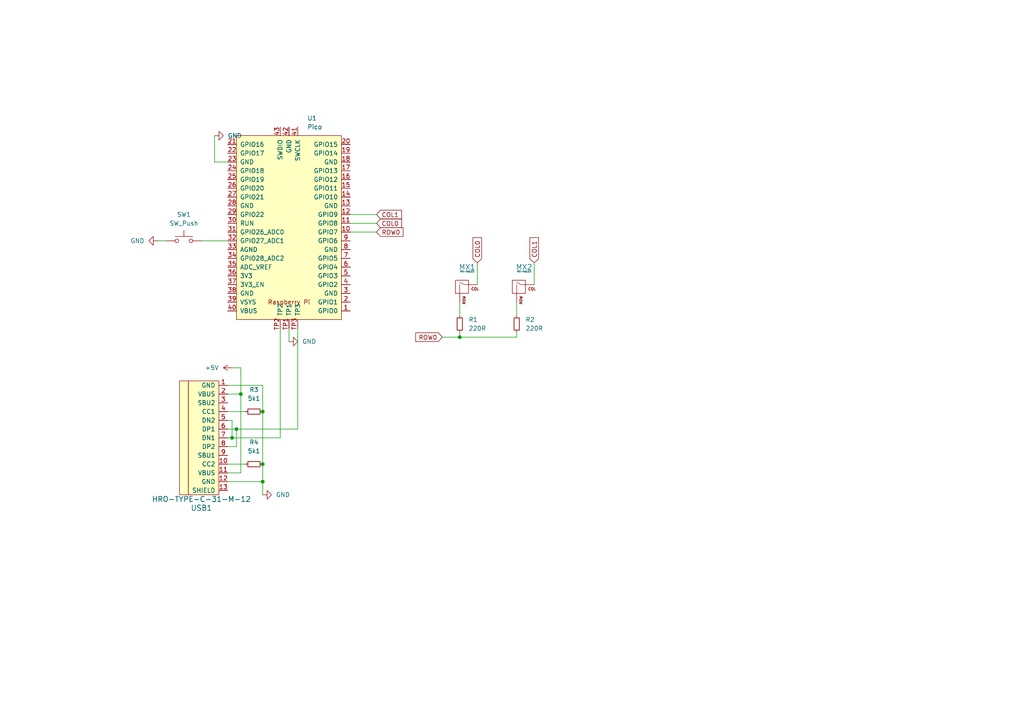
<source format=kicad_sch>
(kicad_sch (version 20211123) (generator eeschema)
  (paper "A4")
  (title_block (title "rp2040 keypad") (company "GroeneDino.nl"))
  (lib_symbols
    (symbol "Device:R_Small" (pin_numbers hide) (pin_names (offset 0.254) hide)
      (property "Reference" "R" (at 0.762 0.508 0))
      (property "Value" "R_Small" (at 0.762 -1.016 0))
      (symbol "R_Small_0_1"
        (rectangle (start -0.762 1.778) (end 0.762 -1.778) (stroke (width 0.2032)))
      )
      (symbol "R_Small_1_1"
        (pin passive line (at 0 2.54 270) (length 0.762) (name "~") (number "1"))
        (pin passive line (at 0 -2.54 90) (length 0.762) (name "~") (number "2"))
      )
    )
    (symbol "MCU_RaspberryPi_and_Boards:Pico" (pin_names (offset 1.016))
      (property "Reference" "U" (at -13.97 27.94 0))
      (property "Value" "Pico" (at 0 19.05 0))
      (symbol "Pico_0_0"
        (text "Raspberry Pi" (at 0 21.59 0) (effects (font (size 1.27 1.27))))
      )
      (symbol "Pico_0_1"
        (rectangle (start -15.24 26.67) (end 15.24 -26.67) (fill (type background)))
      )
      (symbol "Pico_1_1"
        (pin bidirectional line (at -17.78 24.13 0) (length 2.54) (name "GPIO0") (number "1"))
        (pin bidirectional line (at -17.78 1.27 0) (length 2.54) (name "GPIO7") (number "10"))
        (pin bidirectional line (at -17.78 -1.27 0) (length 2.54) (name "GPIO8") (number "11"))
        (pin bidirectional line (at -17.78 -3.81 0) (length 2.54) (name "GPIO9") (number "12"))
        (pin power_in line (at -17.78 -6.35 0) (length 2.54) (name "GND") (number "13"))
        (pin bidirectional line (at -17.78 -8.89 0) (length 2.54) (name "GPIO10") (number "14"))
        (pin bidirectional line (at -17.78 -11.43 0) (length 2.54) (name "GPIO11") (number "15"))
        (pin bidirectional line (at -17.78 -13.97 0) (length 2.54) (name "GPIO12") (number "16"))
        (pin bidirectional line (at -17.78 -16.51 0) (length 2.54) (name "GPIO13") (number "17"))
        (pin power_in line (at -17.78 -19.05 0) (length 2.54) (name "GND") (number "18"))
        (pin bidirectional line (at -17.78 -21.59 0) (length 2.54) (name "GPIO14") (number "19"))
        (pin bidirectional line (at -17.78 21.59 0) (length 2.54) (name "GPIO1") (number "2"))
        (pin bidirectional line (at -17.78 -24.13 0) (length 2.54) (name "GPIO15") (number "20"))
        (pin bidirectional line (at 17.78 -24.13 180) (length 2.54) (name "GPIO16") (number "21"))
        (pin bidirectional line (at 17.78 -21.59 180) (length 2.54) (name "GPIO17") (number "22"))
        (pin power_in line (at 17.78 -19.05 180) (length 2.54) (name "GND") (number "23"))
        (pin bidirectional line (at 17.78 -16.51 180) (length 2.54) (name "GPIO18") (number "24"))
        (pin bidirectional line (at 17.78 -13.97 180) (length 2.54) (name "GPIO19") (number "25"))
        (pin bidirectional line (at 17.78 -11.43 180) (length 2.54) (name "GPIO20") (number "26"))
        (pin bidirectional line (at 17.78 -8.89 180) (length 2.54) (name "GPIO21") (number "27"))
        (pin power_in line (at 17.78 -6.35 180) (length 2.54) (name "GND") (number "28"))
        (pin bidirectional line (at 17.78 -3.81 180) (length 2.54) (name "GPIO22") (number "29"))
        (pin power_in line (at -17.78 19.05 0) (length 2.54) (name "GND") (number "3"))
        (pin input line (at 17.78 -1.27 180) (length 2.54) (name "RUN") (number "30"))
        (pin bidirectional line (at 17.78 1.27 180) (length 2.54) (name "GPIO26_ADC0") (number "31"))
        (pin bidirectional line (at 17.78 3.81 180) (length 2.54) (name "GPIO27_ADC1") (number "32"))
        (pin power_in line (at 17.78 6.35 180) (length 2.54) (name "AGND") (number "33"))
        (pin bidirectional line (at 17.78 8.89 180) (length 2.54) (name "GPIO28_ADC2") (number "34"))
        (pin unspecified line (at 17.78 11.43 180) (length 2.54) (name "ADC_VREF") (number "35"))
        (pin unspecified line (at 17.78 13.97 180) (length 2.54) (name "3V3") (number "36"))
        (pin input line (at 17.78 16.51 180) (length 2.54) (name "3V3_EN") (number "37"))
        (pin bidirectional line (at 17.78 19.05 180) (length 2.54) (name "GND") (number "38"))
        (pin unspecified line (at 17.78 21.59 180) (length 2.54) (name "VSYS") (number "39"))
        (pin bidirectional line (at -17.78 16.51 0) (length 2.54) (name "GPIO2") (number "4"))
        (pin unspecified line (at 17.78 24.13 180) (length 2.54) (name "VBUS") (number "40"))
        (pin input line (at -2.54 -29.21 90) (length 2.54) (name "SWCLK") (number "41"))
        (pin power_in line (at 0 -29.21 90) (length 2.54) (name "GND") (number "42"))
        (pin bidirectional line (at 2.54 -29.21 90) (length 2.54) (name "SWDIO") (number "43"))
        (pin bidirectional line (at -17.78 13.97 0) (length 2.54) (name "GPIO3") (number "5"))
        (pin bidirectional line (at -17.78 11.43 0) (length 2.54) (name "GPIO4") (number "6"))
        (pin bidirectional line (at -17.78 8.89 0) (length 2.54) (name "GPIO5") (number "7"))
        (pin power_in line (at -17.78 6.35 0) (length 2.54) (name "GND") (number "8"))
        (pin bidirectional line (at -17.78 3.81 0) (length 2.54) (name "GPIO6") (number "9"))
        (pin unspecified line (at 0 29.21 270) (length 2.54) (name "TP1") (number "TP1"))
        (pin bidirectional line (at 2.54 29.21 270) (length 2.54) (name "TP2") (number "TP2"))
        (pin bidirectional line (at -2.54 29.21 270) (length 2.54) (name "TP3") (number "TP3"))
      )
    )
    (symbol "MX_Alps_Hybrid:MX-NoLED" (pin_names (offset 1.016))
      (property "Reference" "MX" (at -0.635 3.81 0))
      (property "Value" "MX-NoLED" (at -0.635 1.27 0))
      (symbol "MX-NoLED_0_0"
        (rectangle (start -2.54 2.54) (end 1.27 -1.27))
        (polyline (pts (xy -1.27 -1.27) (xy -1.27 1.27)) (stroke (width 0.127)))
        (polyline (pts (xy 1.27 1.27) (xy 0 1.27) (xy -1.27 1.905)) (stroke (width 0.127)))
        (text "COL" (at 3.175 0 0) (effects (font (size 0.762 0.762))))
        (text "ROW" (at 0 -1.905 900) (effects (font (size 0.762 0.762)) (justify right)))
      )
      (symbol "MX-NoLED_1_1"
        (pin passive line (at 3.81 1.27 180) (length 2.54) (name "COL") (number "1"))
        (pin passive line (at -1.27 -3.81 90) (length 2.54) (name "ROW") (number "2"))
      )
    )
    (symbol "Switch:SW_Push" (pin_numbers hide) (pin_names (offset 1.016) hide)
      (property "Reference" "SW" (at 1.27 2.54 0))
      (property "Value" "SW_Push" (at 0 -1.524 0))
      (symbol "SW_Push_0_1"
        (circle (center -2.032 0) (radius 0.508))
        (polyline (pts (xy 0 1.27) (xy 0 3.048)))
        (polyline (pts (xy 2.54 1.27) (xy -2.54 1.27)))
        (circle (center 2.032 0) (radius 0.508))
        (pin passive line (at -5.08 0 0) (length 2.54) (name "1") (number "1"))
        (pin passive line (at 5.08 0 180) (length 2.54) (name "2") (number "2"))
      )
    )
    (symbol "Type-C:HRO-TYPE-C-31-M-12" (pin_names (offset 1.016))
      (property "Reference" "USB" (at -5.08 16.51 0))
      (property "Value" "HRO-TYPE-C-31-M-12" (at -10.16 -1.27 90))
      (symbol "HRO-TYPE-C-31-M-12_0_1"
        (rectangle (start -11.43 15.24) (end -8.89 -17.78) (fill (type background)))
        (rectangle (start 0 -17.78) (end -8.89 15.24) (fill (type background)))
      )
      (symbol "HRO-TYPE-C-31-M-12_1_1"
        (pin input line (at 2.54 13.97 180) (length 2.54) (name "GND") (number "1"))
        (pin input line (at 2.54 -8.89 180) (length 2.54) (name "CC2") (number "10"))
        (pin input line (at 2.54 -11.43 180) (length 2.54) (name "VBUS") (number "11"))
        (pin input line (at 2.54 -13.97 180) (length 2.54) (name "GND") (number "12"))
        (pin input line (at 2.54 -16.51 180) (length 2.54) (name "SHIELD") (number "13"))
        (pin input line (at 2.54 11.43 180) (length 2.54) (name "VBUS") (number "2"))
        (pin input line (at 2.54 8.89 180) (length 2.54) (name "SBU2") (number "3"))
        (pin input line (at 2.54 6.35 180) (length 2.54) (name "CC1") (number "4"))
        (pin input line (at 2.54 3.81 180) (length 2.54) (name "DN2") (number "5"))
        (pin input line (at 2.54 1.27 180) (length 2.54) (name "DP1") (number "6"))
        (pin input line (at 2.54 -1.27 180) (length 2.54) (name "DN1") (number "7"))
        (pin input line (at 2.54 -3.81 180) (length 2.54) (name "DP2") (number "8"))
        (pin input line (at 2.54 -6.35 180) (length 2.54) (name "SBU1") (number "9"))
      )
    )
    (symbol "power:+5V" (power) (pin_names (offset 0))
      (property "Value" "+5V" (at 0 3.556 0))
      (symbol "+5V_0_1"
        (polyline (pts (xy -0.762 1.27) (xy 0 2.54)))
        (polyline (pts (xy 0 0) (xy 0 2.54)))
        (polyline (pts (xy 0 2.54) (xy 0.762 1.27)))
      )
      (symbol "+5V_1_1"
        (pin power_in line (at 0 0 90) (length 0) hide (name "+5V") (number "1"))
      )
    )
    (symbol "power:GND" (power) (pin_names (offset 0))
      (property "Value" "GND" (at 0 -3.81 0))
      (symbol "GND_0_1"
        (polyline (pts (xy 0 0) (xy 0 -1.27) (xy 1.27 -1.27) (xy 0 -2.54) (xy -1.27 -1.27) (xy 0 -1.27)))
      )
      (symbol "GND_1_1"
        (pin power_in line (at 0 0 270) (length 0) hide (name "GND") (number "1"))
      )
    )
  )
  (junction (at 76.2 134.62))
  (junction (at 76.2 139.7))
  (junction (at 67.31 127))
  (junction (at 69.85 114.3))
  (junction (at 68.58 124.46))
  (junction (at 133.35 97.79))
  (junction (at 76.2 119.38))
  (wire (pts (xy 149.86 87.63) (xy 149.86 91.44)))
  (wire (pts (xy 86.36 124.46) (xy 86.36 95.25)))
  (wire (pts (xy 58.42 69.85) (xy 66.04 69.85)))
  (wire (pts (xy 68.58 124.46) (xy 86.36 124.46)))
  (wire (pts (xy 62.23 39.37) (xy 62.23 46.99)))
  (wire (pts (xy 45.72 69.85) (xy 48.26 69.85)))
  (wire (pts (xy 76.2 119.38) (xy 76.2 111.76)))
  (wire (pts (xy 76.2 134.62) (xy 76.2 119.38)))
  (wire (pts (xy 66.04 137.16) (xy 69.85 137.16)))
  (wire (pts (xy 133.35 96.52) (xy 133.35 97.79)))
  (wire (pts (xy 66.04 139.7) (xy 76.2 139.7)))
  (wire (pts (xy 66.04 127) (xy 67.31 127)))
  (wire (pts (xy 69.85 137.16) (xy 69.85 114.3)))
  (wire (pts (xy 66.04 134.62) (xy 71.12 134.62)))
  (wire (pts (xy 101.6 64.77) (xy 109.22 64.77)))
  (wire (pts (xy 81.28 127) (xy 67.31 127)))
  (wire (pts (xy 76.2 139.7) (xy 76.2 143.51)))
  (wire (pts (xy 66.04 119.38) (xy 71.12 119.38)))
  (wire (pts (xy 68.58 129.54) (xy 68.58 124.46)))
  (wire (pts (xy 101.6 67.31) (xy 109.22 67.31)))
  (wire (pts (xy 138.43 76.2) (xy 138.43 82.55)))
  (wire (pts (xy 66.04 46.99) (xy 62.23 46.99)))
  (wire (pts (xy 83.82 95.25) (xy 83.82 99.06)))
  (wire (pts (xy 76.2 139.7) (xy 76.2 134.62)))
  (wire (pts (xy 69.85 114.3) (xy 69.85 106.68)))
  (wire (pts (xy 149.86 97.79) (xy 149.86 96.52)))
  (wire (pts (xy 81.28 95.25) (xy 81.28 127)))
  (wire (pts (xy 128.27 97.79) (xy 133.35 97.79)))
  (wire (pts (xy 66.04 129.54) (xy 68.58 129.54)))
  (wire (pts (xy 76.2 111.76) (xy 66.04 111.76)))
  (wire (pts (xy 133.35 97.79) (xy 149.86 97.79)))
  (wire (pts (xy 68.58 124.46) (xy 66.04 124.46)))
  (wire (pts (xy 69.85 114.3) (xy 66.04 114.3)))
  (wire (pts (xy 67.31 127) (xy 67.31 121.92)))
  (wire (pts (xy 67.31 106.68) (xy 69.85 106.68)))
  (wire (pts (xy 133.35 87.63) (xy 133.35 91.44)))
  (wire (pts (xy 66.04 121.92) (xy 67.31 121.92)))
  (wire (pts (xy 101.6 62.23) (xy 109.22 62.23)))
  (wire (pts (xy 154.94 76.2) (xy 154.94 82.55)))
  (global_label "ROW0" (shape input) (at 109.22 67.31 0) (property "Intersheet References" "${INTERSHEET_REFS}" (effects hide)))
  (global_label "COL0" (shape input) (at 109.22 64.77 0) (property "Intersheet References" "${INTERSHEET_REFS}" (effects hide)))
  (global_label "ROW0" (shape input) (at 128.27 97.79 180) (property "Intersheet References" "${INTERSHEET_REFS}" (effects hide)))
  (global_label "COL1" (shape input) (at 109.22 62.23 0) (property "Intersheet References" "${INTERSHEET_REFS}" (effects hide)))
  (global_label "COL1" (shape input) (at 154.94 76.2 90) (property "Intersheet References" "${INTERSHEET_REFS}" (effects hide)))
  (global_label "COL0" (shape input) (at 138.43 76.2 90) (property "Intersheet References" "${INTERSHEET_REFS}" (effects hide)))
  (symbol (lib_id "Type-C:HRO-TYPE-C-31-M-12") (at 63.5 125.73 0) (unit 1)
    (property "Reference" "USB1" (at 58.42 147.32 0) (effects (font (size 1.524 1.524))))
    (property "Value" "HRO-TYPE-C-31-M-12" (at 58.42 144.78 0) (effects (font (size 1.524 1.524))))
  )
  (symbol (lib_id "power:GND") (at 45.72 69.85 270) (unit 1)
    (property "Reference" "#PWR0104" (effects hide))
    (property "Value" "GND" (at 41.91 69.8499 90) (effects (justify right)))
  )
  (symbol (lib_id "MX_Alps_Hybrid:MX-NoLED") (at 134.62 83.82 0) (unit 1)
    (property "Reference" "MX1" (at 135.5056 77.47 0) (effects (font (size 1.524 1.524))))
    (property "Value" "MX-NoLED" (at 135.5056 78.74 0) (effects (font (size 0.508 0.508))))
  )
  (symbol (lib_id "MX_Alps_Hybrid:MX-NoLED") (at 151.13 83.82 0) (unit 1)
    (property "Reference" "MX2" (at 152.0156 77.47 0) (effects (font (size 1.524 1.524))))
    (property "Value" "MX-NoLED" (at 152.0156 78.74 0) (effects (font (size 0.508 0.508))))
  )
  (symbol (lib_id "Device:R_Small") (at 73.66 134.62 90) (unit 1)
    (property "Reference" "R4" (at 73.66 128.27 90))
    (property "Value" "5k1" (at 73.66 130.81 90))
    (property "Footprint" "Resistor_SMD:R_0201_0603Metric" (effects hide))
  )
  (symbol (lib_id "MCU_RaspberryPi_and_Boards:Pico") (at 83.82 66.04 180) (unit 1)
    (property "Reference" "U1" (at 89.1287 34.29 0) (effects (justify right)))
    (property "Value" "Pico" (at 89.1287 36.83 0) (effects (justify right)))
    (property "Footprint" "RPi_Pico:RPi_Pico_SMD_TH" (effects hide))
  )
  (symbol (lib_id "power:GND") (at 62.23 39.37 90) (unit 1)
    (property "Reference" "#PWR0105" (effects hide))
    (property "Value" "GND" (at 66.04 39.3699 90) (effects (justify right)))
  )
  (symbol (lib_id "power:+5V") (at 67.31 106.68 90) (unit 1)
    (property "Reference" "#PWR0103" (effects hide))
    (property "Value" "+5V" (at 63.5 106.6799 90) (effects (justify left)))
  )
  (symbol (lib_id "Switch:SW_Push") (at 53.34 69.85 0) (unit 1)
    (property "Reference" "SW1" (at 53.34 62.23 0))
    (property "Value" "SW_Push" (at 53.34 64.77 0))
  )
  (symbol (lib_id "Device:R_Small") (at 149.86 93.98 0) (unit 1)
    (property "Reference" "R2" (at 152.4 92.7099 0) (effects (justify left)))
    (property "Value" "220R" (at 152.4 95.2499 0) (effects (justify left)))
    (property "Footprint" "Resistor_SMD:R_0201_0603Metric" (effects hide))
  )
  (symbol (lib_id "power:GND") (at 83.82 99.06 90) (unit 1)
    (property "Reference" "#PWR0101" (effects hide))
    (property "Value" "GND" (at 87.63 99.0599 90) (effects (justify right)))
  )
  (symbol (lib_id "Device:R_Small") (at 133.35 93.98 0) (unit 1)
    (property "Reference" "R1" (at 135.89 92.7099 0) (effects (justify left)))
    (property "Value" "220R" (at 135.89 95.2499 0) (effects (justify left)))
    (property "Footprint" "Resistor_SMD:R_0201_0603Metric" (effects hide))
  )
  (symbol (lib_id "Device:R_Small") (at 73.66 119.38 270) (unit 1)
    (property "Reference" "R3" (at 73.66 113.03 90))
    (property "Value" "5k1" (at 73.66 115.57 90))
    (property "Footprint" "Resistor_SMD:R_0201_0603Metric" (effects hide))
  )
  (symbol (lib_id "power:GND") (at 76.2 143.51 90) (unit 1)
    (property "Reference" "#PWR0102" (effects hide))
    (property "Value" "GND" (at 80.01 143.5099 90) (effects (justify right)))
  )
)
</source>
